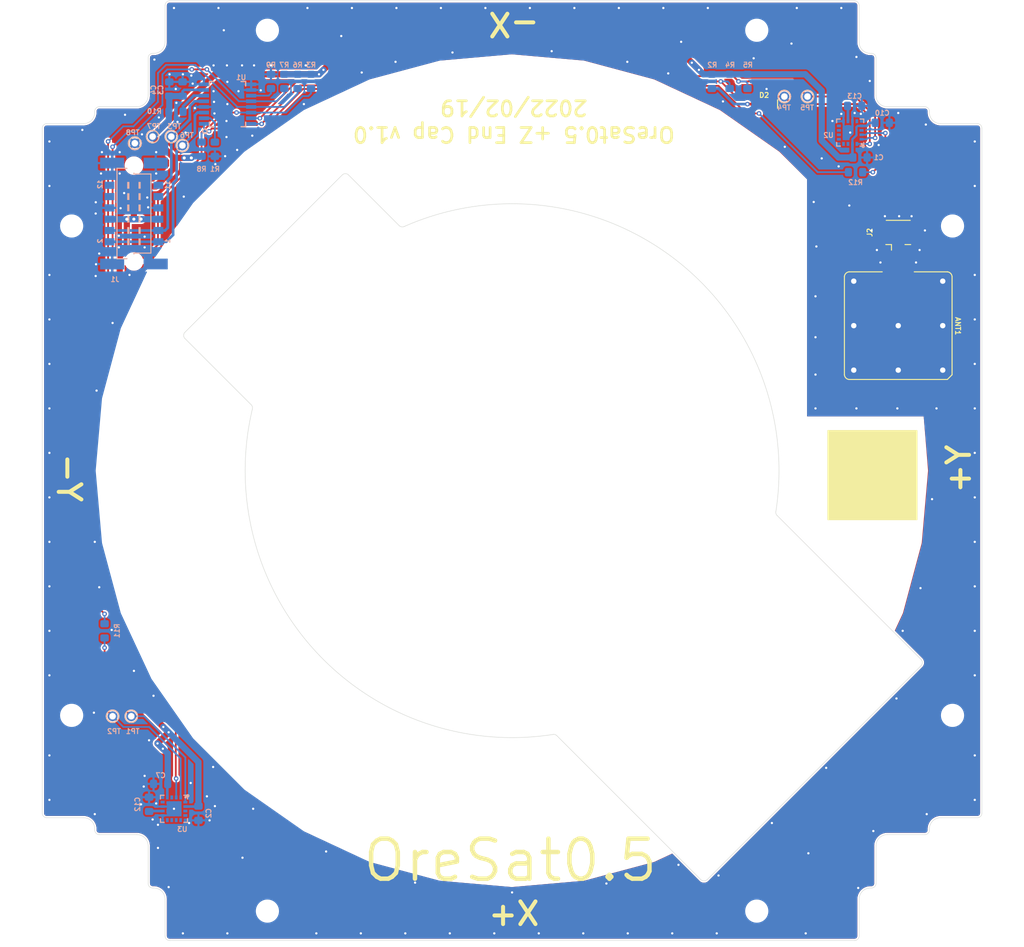
<source format=kicad_pcb>
(kicad_pcb (version 20211014) (generator pcbnew)
  (layers (0 "F.Cu" signal) (31 "B.Cu" signal) (34 "B.Paste" user) (35 "F.Paste" user) (36 "B.SilkS" user "B.Silkscreen") (37 "F.SilkS" user "F.Silkscreen") (38 "B.Mask" user) (39 "F.Mask" user) (44 "Edge.Cuts" user))
  (net 0 "")
  (net 1 "3.3V")
  (net 2 "GND")
  (net 3 "Net-(C12-Pad1)")
  (net 4 "Net-(C13-Pad1)")
  (net 5 "/MAG-SCL")
  (net 6 "/MAG-SDA")
  (net 10 "Net-(D2-PadA)")
  (net 11 "Net-(R1-Pad2)")
  (net 12 "Net-(R11-Pad2)")
  (net 13 "/SCL2")
  (net 14 "/SDA2")
  (net 15 "/SDA1")
  (net 16 "/SCL1")
  (net 17 "Net-(R12-Pad2)")
  (net 18 "Net-(R9-Pad2)")
  (net 19 "Net-(R10-Pad1)")
  (net 20 "Net-(R11-Pad1)")
  (net 21 "Net-(R12-Pad1)")
  (net 23 "Net-(ANT1-Pad1)")
  (footprint "Connector_Coaxial:U.FL_Hirose_U.FL-R-SMT-1_Vertical" (layer "F.Cu") (at 191.9 78.7 90)
    (fp_text reference "J2")
    (fp_text value "U.FL-R-SMA")
  )
  (footprint "MountingHole:MountingHole_2.1mm" (layer "F.Cu") (at 99 132.5)
    (fp_text reference "@HOLE4" hide)
    (fp_text value "MountingHole_2.1mm")
  )
  (footprint "oresat0-plusz-end-cap:1X01" (layer "F.Cu") (at 108.1 67.45 -90)
    (fp_text reference "TP7")
    (fp_text value "TEST-POINT-LARGE-SQUARE" hide)
  )
  (footprint "oresat0-plusz-end-cap:1X01" (layer "F.Cu") (at 106.1 68.2 180)
    (fp_text reference "TP8")
    (fp_text value "TEST-POINT-LARGE-SQUARE" hide)
  )
  (footprint "oresat0-plusz-end-cap:1X01" (layer "F.Cu") (at 179.1 62.95)
    (fp_text reference "TP4")
    (fp_text value "TEST-POINT-LARGE-SQUARE" hide)
  )
  (footprint "MountingHole:MountingHole_2.1mm" (layer "F.Cu") (at 176 154.5)
    (fp_text reference "@HOLE1" hide)
    (fp_text value "MountingHole_2.1mm")
  )
  (footprint "MountingHole:MountingHole_2.1mm" (layer "F.Cu") (at 198 77.5)
    (fp_text reference "@HOLE2" hide)
    (fp_text value "MountingHole_2.1mm")
  )
  (footprint "oresat-misc:RFMi-ANT1008-S-Band-Patch" (layer "F.Cu") (at 191.9 88.7 -90)
    (fp_text reference "ANT1")
    (fp_text value "ANT1008")
  )
  (footprint "MountingHole:MountingHole_2.1mm" (layer "F.Cu") (at 176 55.5)
    (fp_text reference "@HOLE6" hide)
    (fp_text value "MountingHole_2.1mm")
  )
  (footprint "MountingHole:MountingHole_2.1mm" (layer "F.Cu") (at 99 77.5)
    (fp_text reference "@HOLE4" hide)
    (fp_text value "MountingHole_2.1mm")
  )
  (footprint "MountingHole:MountingHole_2.1mm" (layer "F.Cu") (at 121 55.5)
    (fp_text reference "@HOLE7" hide)
    (fp_text value "MountingHole_2.1mm")
  )
  (footprint "oresat0-plusz-end-cap:1X01" (layer "F.Cu") (at 181.7 62.95)
    (fp_text reference "TP5")
    (fp_text value "TEST-POINT-LARGE-SQUARE" hide)
  )
  (footprint "MountingHole:MountingHole_2.1mm" (layer "F.Cu") (at 198 132.5)
    (fp_text reference "@HOLE0" hide)
    (fp_text value "MountingHole_2.1mm")
  )
  (footprint "oresat0-plusz-end-cap:1X01" (layer "F.Cu") (at 110.2 67.45 -90)
    (fp_text reference "TP3")
    (fp_text value "TEST-POINT-LARGE-SQUARE" hide)
  )
  (footprint "oresat0-plusz-end-cap:1X01" (layer "F.Cu") (at 103.6 132.6)
    (fp_text reference "TP2")
    (fp_text value "TEST-POINT-LARGE-SQUARE" hide)
  )
  (footprint "oresat0-plusz-end-cap:1X01" (layer "F.Cu") (at 111.45 68.45 -90)
    (fp_text reference "TP6")
    (fp_text value "TEST-POINT-LARGE-SQUARE" hide)
  )
  (footprint "MountingHole:MountingHole_4.3mm_M4" (layer "F.Cu") (at 178.2 78)
    (fp_text reference "REF**" hide)
    (fp_text value "MountingHole_4.3mm_M4")
  )
  (footprint "MountingHole:MountingHole_2.1mm" (layer "F.Cu") (at 121 154.5)
    (fp_text reference "@HOLE3" hide)
    (fp_text value "MountingHole_2.1mm")
  )
  (footprint "oresat0-plusz-end-cap:LED-0603" (layer "F.Cu") (at 176.75 63.8)
    (property "Value" "")
    (fp_text reference "D2")
    (fp_text value "GREEN")
  )
  (footprint "oresat0-plusz-end-cap:1X01" (layer "F.Cu") (at 105.7 132.6)
    (fp_text reference "TP1")
    (fp_text value "TEST-POINT-LARGE-SQUARE" hide)
  )
  (footprint "oresat0-plusz-end-cap:HARWIN-M55-70X1242R" (layer "B.Cu") (at 106 76.1 -90)
    (property "Value" "")
    (fp_text reference "J1")
    (fp_text value "J-HARWIN-M55-70X1242R" hide)
  )
  (footprint "oresat0.5-plusz-end-cap:.0603-B-NOSILK" (layer "B.Cu") (at 124.4 61.25 90)
    (property "Value" "")
    (fp_text reference "R6")
    (fp_text value "4.7k")
  )
  (footprint "oresat0.5-plusz-end-cap:.0603-B-NOSILK" (layer "B.Cu") (at 190.1 65.9)
    (property "Value" "")
    (fp_text reference "C10")
    (fp_text value "100n")
  )
  (footprint "oresat0.5-plusz-end-cap:.0603-B-NOSILK" (layer "B.Cu") (at 109.97 62.1 90)
    (property "Value" "")
    (fp_text reference "C4")
    (fp_text value "10u")
  )
  (footprint "oresat0.5-plusz-end-cap:.0603-B-NOSILK" (layer "B.Cu") (at 110.72 64.65 180)
    (property "Value" "")
    (fp_text reference "R10")
    (fp_text value "4.7k")
  )
  (footprint "oresat0.5-plusz-end-cap:.0603-B-NOSILK" (layer "B.Cu") (at 187 64)
    (property "Value" "")
    (fp_text reference "C13")
    (fp_text value "10u")
  )
  (footprint "oresat0.5-plusz-end-cap:.0603-B-NOSILK" (layer "B.Cu") (at 113.6 68.87 -90)
    (property "Value" "")
    (fp_text reference "R8")
    (fp_text value "4.7k")
  )
  (footprint "oresat0.5-plusz-end-cap:.0603-B-NOSILK" (layer "B.Cu") (at 102.7 123 90)
    (fp_text reference "R11")
    (fp_text value "NP")
  )
  (footprint "oresat0.5-plusz-end-cap:.0603-B-NOSILK" (layer "B.Cu") (at 125.9 61.25 90)
    (property "Value" "")
    (fp_text reference "R3")
    (fp_text value "4.7k")
  )
  (footprint "oresat0-plusz-end-cap:LGA-16(3X3)" (layer "B.Cu") (at 110.5 143 90)
    (property "Value" "")
    (fp_text reference "U3")
    (fp_text value "MMC5883MA")
  )
  (footprint "oresat0.5-plusz-end-cap:.0603-B-NOSILK" (layer "B.Cu") (at 121.4 61.25 -90)
    (property "Value" "")
    (fp_text reference "R9")
    (fp_text value "4.7k")
  )
  (footprint "oresat0-plusz-end-cap:LGA-16(3X3)" (layer "B.Cu") (at 186.5 67)
    (property "Value" "")
    (fp_text reference "U2")
    (fp_text value "MMC5883MA")
  )
  (footprint "oresat0.5-plusz-end-cap:.0603-B-NOSILK" (layer "B.Cu") (at 172.95 61.25 90)
    (property "Value" "")
    (fp_text reference "R4")
    (fp_text value "4.7k")
  )
  (footprint "oresat0.5-plusz-end-cap:.0603-B-NOSILK" (layer "B.Cu") (at 109 140.2 180)
    (property "Value" "")
    (fp_text reference "C7")
    (fp_text value "100n")
  )
  (footprint "oresat0.5-plusz-end-cap:.0603-B-NOSILK" (layer "B.Cu") (at 174.95 61.25 90)
    (property "Value" "")
    (fp_text reference "R5")
    (fp_text value "4.7k")
  )
  (footprint "oresat0.5-plusz-end-cap:.0603-B-NOSILK" (layer "B.Cu") (at 111.47 62.1 90)
    (property "Value" "")
    (fp_text reference "C3")
    (fp_text value "100n")
  )
  (footprint "oresat0.5-plusz-end-cap:.0603-B-NOSILK" (layer "B.Cu") (at 187.6 69.8)
    (property "Value" "")
    (fp_text reference "C1")
    (fp_text value "100n")
  )
  (footprint "oresat0.5-plusz-end-cap:.0603-B-NOSILK" (layer "B.Cu") (at 170.95 61.25 90)
    (property "Value" "")
    (fp_text reference "R2")
    (fp_text value "2.7k")
  )
  (footprint "oresat0.5-plusz-end-cap:.0603-B-NOSILK" (layer "B.Cu") (at 115.1 68.87 90)
    (property "Value" "")
    (fp_text reference "R1")
    (fp_text value "4.7k")
  )
  (footprint "oresat0-plusz-end-cap:16-SSOP" (layer "B.Cu") (at 116.52 63.8 90)
    (property "Value" "LTC4305")
    (fp_text reference "U1")
    (fp_text value "LTC4305")
  )
  (footprint "oresat0.5-plusz-end-cap:.0603-B-NOSILK" (layer "B.Cu") (at 122.9 61.25 90)
    (property "Value" "")
    (fp_text reference "R7")
    (fp_text value "4.7k")
  )
  (footprint "oresat0.5-plusz-end-cap:.0603-B-NOSILK" (layer "B.Cu") (at 107.7 142.5 90)
    (property "Value" "")
    (fp_text reference "C12")
    (fp_text value "10u")
  )
  (footprint "oresat0.5-plusz-end-cap:.0603-B-NOSILK" (layer "B.Cu") (at 113.25 143.5 -90)
    (property "Value" "")
    (fp_text reference "C2")
    (fp_text value "100n")
  )
  (footprint "oresat0.5-plusz-end-cap:.0603-B-NOSILK" (layer "B.Cu") (at 187.1 71.45 180)
    (fp_text reference "R12")
    (fp_text value "NP")
  )
  (gr_rect (start 184 100.5) (end 194 110.5) (layer "F.SilkS") (width 0.12) (fill solid))
  (gr_arc (start 107.6 62.83) (mid 107.228026 63.728026) (end 106.33 64.1) (layer "Edge.Cuts") (width 0.05))
  (gr_arc (start 189.4 147.17) (mid 189.771974 146.271974) (end 190.67 145.9) (layer "Edge.Cuts") (width 0.05))
  (gr_arc (start 100.33 144) (mid 101.228026 144.371974) (end 101.6 145.27) (layer "Edge.Cuts") (width 0.05))
  (gr_arc (start 153.1058 134.644335) (mid 126.46387 125.357038) (end 119.312807 98.064024) (layer "Edge.Cuts") (width 0.05))
  (gr_line (start 102.1 145.9) (end 106.33 145.9) (layer "Edge.Cuts") (width 0.05))
  (gr_line (start 196.67 144) (end 200.8 144) (layer "Edge.Cuts") (width 0.05))
  (gr_line (start 169.713203 150.961941) (end 153.536117 134.784854) (layer "Edge.Cuts") (width 0.05))
  (gr_line (start 195.4 64.6) (end 195.4 64.73) (layer "Edge.Cuts") (width 0.05))
  (gr_line (start 100.33 144) (end 96.2 144) (layer "Edge.Cuts") (width 0.05))
  (gr_line (start 188.9 151.9) (end 188.77 151.9) (layer "Edge.Cuts") (width 0.05))
  (gr_line (start 195.4 145.4) (end 195.4 145.27) (layer "Edge.Cuts") (width 0.05))
  (gr_line (start 129.411652 71.76417) (end 111.733983 89.44184) (layer "Edge.Cuts") (width 0.05))
  (gr_line (start 135.813036 77.458447) (end 130.118759 71.76417) (layer "Edge.Cuts") (width 0.05))
  (gr_line (start 109.5 56.83) (end 109.5 52.7) (layer "Edge.Cuts") (width 0.05))
  (gr_line (start 178.284854 110.036117) (end 194.461941 126.213203) (layer "Edge.Cuts") (width 0.05))
  (gr_arc (start 108.1 151.9) (mid 107.746447 151.753553) (end 107.6 151.4) (layer "Edge.Cuts") (width 0.05))
  (gr_arc (start 190.67 64.1) (mid 189.771974 63.728026) (end 189.4 62.83) (layer "Edge.Cuts") (width 0.05))
  (gr_line (start 189.4 151.4) (end 189.4 147.17) (layer "Edge.Cuts") (width 0.05))
  (gr_line (start 108.1 151.9) (end 108.23 151.9) (layer "Edge.Cuts") (width 0.05))
  (gr_line (start 101.6 64.6) (end 101.6 64.73) (layer "Edge.Cuts") (width 0.05))
  (gr_arc (start 95.7 66.5) (mid 95.846447 66.146447) (end 96.2 66) (layer "Edge.Cuts") (width 0.05))
  (gr_arc (start 109.5 52.7) (mid 109.646447 52.346447) (end 110 52.2) (layer "Edge.Cuts") (width 0.05))
  (gr_arc (start 108.23 151.9) (mid 109.128026 152.271974) (end 109.5 153.17) (layer "Edge.Cuts") (width 0.05))
  (gr_line (start 194.9 64.1) (end 190.67 64.1) (layer "Edge.Cuts") (width 0.05))
  (gr_arc (start 187.5 153.17) (mid 187.871974 152.271974) (end 188.77 151.9) (layer "Edge.Cuts") (width 0.05))
  (gr_arc (start 194.461941 126.213203) (mid 194.608387 126.566757) (end 194.461941 126.92031) (layer "Edge.Cuts") (width 0.05))
  (gr_arc (start 102.1 145.9) (mid 101.746447 145.753553) (end 101.6 145.4) (layer "Edge.Cuts") (width 0.05))
  (gr_arc (start 111.733983 90.148946) (mid 111.587536 89.795393) (end 111.733983 89.44184) (layer "Edge.Cuts") (width 0.05))
  (gr_arc (start 106.33 145.9) (mid 107.228026 146.271974) (end 107.6 147.17) (layer "Edge.Cuts") (width 0.05))
  (gr_arc (start 189.4 151.4) (mid 189.253553 151.753553) (end 188.9 151.9) (layer "Edge.Cuts") (width 0.05))
  (gr_arc (start 96.2 144) (mid 95.846447 143.853553) (end 95.7 143.5) (layer "Edge.Cuts") (width 0.05))
  (gr_line (start 108.1 58.1) (end 108.23 58.1) (layer "Edge.Cuts") (width 0.05))
  (gr_line (start 107.6 58.6) (end 107.6 62.83) (layer "Edge.Cuts") (width 0.05))
  (gr_line (start 102.1 64.1) (end 106.33 64.1) (layer "Edge.Cuts") (width 0.05))
  (gr_arc (start 107.6 58.6) (mid 107.746447 58.246447) (end 108.1 58.1) (layer "Edge.Cuts") (width 0.05))
  (gr_line (start 100.33 66) (end 96.2 66) (layer "Edge.Cuts") (width 0.05))
  (gr_line (start 187.5 56.83) (end 187.5 52.7) (layer "Edge.Cuts") (width 0.05))
  (gr_arc (start 187 52.2) (mid 187.353553 52.346447) (end 187.5 52.7) (layer "Edge.Cuts") (width 0.05))
  (gr_arc (start 178.284854 110.036117) (mid 178.163107 109.837772) (end 178.144335 109.6058) (layer "Edge.Cuts") (width 0.05))
  (gr_arc (start 188.9 58.1) (mid 189.253553 58.246447) (end 189.4 58.6) (layer "Edge.Cuts") (width 0.05))
  (gr_arc (start 195.4 145.4) (mid 195.253553 145.753553) (end 194.9 145.9) (layer "Edge.Cuts") (width 0.05))
  (gr_arc (start 187.5 157.3) (mid 187.353553 157.653553) (end 187 157.8) (layer "Edge.Cuts") (width 0.05))
  (gr_arc (start 188.77 58.1) (mid 187.871974 57.728026) (end 187.5 56.83) (layer "Edge.Cuts") (width 0.05))
  (gr_line (start 110 52.2) (end 187 52.2) (layer "Edge.Cuts") (width 0.05))
  (gr_line (start 109.5 153.17) (end 109.5 157.3) (layer "Edge.Cuts") (width 0.05))
  (gr_arc (start 153.1058 134.644335) (mid 153.337772 134.663107) (end 153.536117 134.784854) (layer "Edge.Cuts") (width 0.05))
  (gr_arc (start 119.179907 97.594871) (mid 119.307425 97.812147) (end 119.312807 98.064024) (layer "Edge.Cuts") (width 0.05))
  (gr_line (start 107.6 151.4) (end 107.6 147.17) (layer "Edge.Cuts") (width 0.05))
  (gr_line (start 188.9 58.1) (end 188.77 58.1) (layer "Edge.Cuts") (width 0.05))
  (gr_arc (start 194.9 64.1) (mid 195.253553 64.246447) (end 195.4 64.6) (layer "Edge.Cuts") (width 0.05))
  (gr_line (start 187.5 153.17) (end 187.5 157.3) (layer "Edge.Cuts") (width 0.05))
  (gr_arc (start 129.411652 71.76417) (mid 129.765204 71.61772) (end 130.118759 71.76417) (layer "Edge.Cuts") (width 0.05))
  (gr_arc (start 101.6 64.73) (mid 101.228026 65.628026) (end 100.33 66) (layer "Edge.Cuts") (width 0.05))
  (gr_arc (start 195.4 145.27) (mid 195.771974 144.371974) (end 196.67 144) (layer "Edge.Cuts") (width 0.05))
  (gr_arc (start 196.67 66) (mid 195.771974 65.628026) (end 195.4 64.73) (layer "Edge.Cuts") (width 0.05))
  (gr_arc (start 200.8 66) (mid 201.153553 66.146447) (end 201.3 66.5) (layer "Edge.Cuts") (width 0.05))
  (gr_arc (start 109.5 56.83) (mid 109.128026 57.728026) (end 108.23 58.1) (layer "Edge.Cuts") (width 0.05))
  (gr_arc (start 110 157.8) (mid 109.646447 157.653553) (end 109.5 157.3) (layer "Edge.Cuts") (width 0.05))
  (gr_line (start 189.4 58.6) (end 189.4 62.83) (layer "Edge.Cuts") (width 0.05))
  (gr_arc (start 101.6 64.6) (mid 101.746447 64.246447) (end 102.1 64.1) (layer "Edge.Cuts") (width 0.05))
  (gr_line (start 194.9 145.9) (end 190.67 145.9) (layer "Edge.Cuts") (width 0.05))
  (gr_line (start 196.67 66) (end 200.8 66) (layer "Edge.Cuts") (width 0.05))
  (gr_line (start 201.3 66.5) (end 201.3 143.5) (layer "Edge.Cuts") (width 0.05))
  (gr_line (start 194.461941 126.92031) (end 170.42031 150.961941) (layer "Edge.Cuts") (width 0.05))
  (gr_line (start 95.7 143.5) (end 95.7 66.5) (layer "Edge.Cuts") (width 0.05))
  (gr_arc (start 201.3 143.5) (mid 201.153553 143.853553) (end 200.8 144) (layer "Edge.Cuts") (width 0.05))
  (gr_line (start 111.733983 90.148946) (end 119.179907 97.594871) (layer "Edge.Cuts") (width 0.05))
  (gr_arc (start 136.368776 77.56219) (mid 136.074839 77.596397) (end 135.813036 77.458447) (layer "Edge.Cuts") (width 0.05))
  (gr_arc (start 136.368776 77.56219) (mid 166.758573 81.196124) (end 178.144335 109.6058) (layer "Edge.Cuts") (width 0.05))
  (gr_line (start 101.6 145.4) (end 101.6 145.27) (layer "Edge.Cuts") (width 0.05))
  (gr_arc (start 170.42031 150.961941) (mid 170.066757 151.108387) (end 169.713203 150.961941) (layer "Edge.Cuts") (width 0.05))
  (gr_line (start 187 157.8) (end 110 157.8) (layer "Edge.Cuts") (width 0.05))
  (gr_text "+X" (at 148.7 154.8) (layer "F.SilkS") (effects (font (size 2.55 2.55) (thickness 0.45))))
  (gr_text "-Y" (at 98.7 105.8 270) (layer "F.SilkS") (effects (font (size 2.55 2.55) (thickness 0.45))))
  (gr_text "2022/02/19" (at 148.7 64.2 180) (layer "F.SilkS") (effects (font (size 1.7 1.7) (thickness 0.3))))
  (gr_text "+Y" (at 198.7 104.8 90) (layer "F.SilkS") (effects (font (size 2.55 2.55) (thickness 0.45))))
  (gr_text "OreSat0.5" (at 148.2989 148.8) (layer "F.SilkS") (effects (font (size 4.5 4.5) (thickness 0.5))))
  (gr_text "OreSat0.5 +Z End Cap v1.0" (at 148.7 67.2 180) (layer "F.SilkS") (effects (font (size 1.7 1.7) (thickness 0.3))))
  (gr_text "-X" (at 148.7 54.8 180) (layer "F.SilkS") (effects (font (size 2.55 2.55) (thickness 0.45))))
  (segment (start 110.5 71) (end 110.5 69.85) (width 0.7) (layer "F.Cu") (net 1))
  (segment (start 104.4 84.219825) (end 104.4 80.9) (width 0.7) (layer "F.Cu") (net 1))
  (segment (start 111.65 69.85) (end 110.5 69.85) (width 0.7) (layer "F.Cu") (net 1))
  (segment (start 127.3 59.95) (end 126.8 60.45) (width 0.7) (layer "F.Cu") (net 1))
  (segment (start 115.1 60.45) (end 108.1 67.45) (width 0.7) (layer "F.Cu") (net 1))
  (segment (start 126.8 60.45) (end 115.1 60.45) (width 0.7) (layer "F.Cu") (net 1))
  (segment (start 108.45 73.05) (end 110.5 71) (width 0.7) (layer "F.Cu") (net 1))
  (segment (start 169.5 59.95) (end 164.85 55.3) (width 0.7) (layer "F.Cu") (net 1))
  (segment (start 105.2 80.1) (end 105.2 76.74) (width 0.7) (layer "F.Cu") (net 1))
  (segment (start 99.9 124.4) (end 99.9 88.719825) (width 0.7) (layer "F.Cu") (net 1))
  (segment (start 109.25 136.25) (end 108.65 135.65) (width 0.7) (layer "F.Cu") (net 1))
  (segment (start 105.2 76.74) (end 105.21 76.73) (width 0.7) (layer "F.Cu") (net 1))
  (segment (start 109.9 134.4) (end 109.3 133.8) (width 0.7) (layer "F.Cu") (net 1))
  (segment (start 99.9 88.719825) (end 104.4 84.219825) (width 0.7) (layer "F.Cu") (net 1))
  (segment (start 108.65 135.65) (end 109.9 134.4) (width 0.7) (layer "F.Cu") (net 1))
  (segment (start 105.99 74.01) (end 106.95 73.05) (width 0.7) (layer "F.Cu") (net 1))
  (segment (start 106.95 73.05) (end 108.45 73.05) (width 0.7) (layer "F.Cu") (net 1))
  (segment (start 131.95 55.3) (end 127.3 59.95) (width 0.7) (layer "F.Cu") (net 1))
  (segment (start 164.85 55.3) (end 131.95 55.3) (width 0.7) (layer "F.Cu") (net 1))
  (segment (start 109.3 133.8) (end 99.9 124.4) (width 0.7) (layer "F.Cu") (net 1))
  (segment (start 105.21 76.73) (end 106.8 76.73) (width 0.7) (layer "F.Cu") (net 1))
  (segment (start 111.65 69.85) (end 112.45 69.85) (width 0.7) (layer "F.Cu") (net 1))
  (segment (start 104.4 80.9) (end 105.2 80.1) (width 0.7) (layer "F.Cu") (net 1))
  (segment (start 105.99 76.73) (end 105.99 74.01) (width 0.7) (layer "F.Cu") (net 1))
  (segment (start 110.5 69.85) (end 108.1 67.45) (width 0.7) (layer "F.Cu") (net 1))
  (via (at 105.2 76.74) (size 0.604) (drill 0.35) (layers "F.Cu" "B.Cu") (net 1))
  (via (at 108.65 135.65) (size 0.508) (drill 0.254) (layers "F.Cu" "B.Cu") (net 1))
  (via (at 168.7 59.15) (size 0.508) (drill 0.254) (layers "F.Cu" "B.Cu") (net 1))
  (via (at 105.99 76.73) (size 0.604) (drill 0.35) (layers "F.Cu" "B.Cu") (net 1))
  (via (at 112.45 69.85) (size 0.604) (drill 0.35) (layers "F.Cu" "B.Cu") (net 1))
  (via (at 127.3 59.95) (size 0.508) (drill 0.254) (layers "F.Cu" "B.Cu") (net 1))
  (via (at 126.8 60.45) (size 0.508) (drill 0.254) (layers "F.Cu" "B.Cu") (net 1))
  (via (at 109.25 136.25) (size 0.508) (drill 0.254) (layers "F.Cu" "B.Cu") (net 1))
  (via (at 109.9 134.4) (size 0.508) (drill 0.254) (layers "F.Cu" "B.Cu") (net 1))
  (via (at 109.3 133.8) (size 0.508) (drill 0.254) (layers "F.Cu" "B.Cu") (net 1))
  (via (at 169.5 59.95) (size 0.508) (drill 0.254) (layers "F.Cu" "B.Cu") (net 1))
  (via (at 106.8 76.73) (size 0.604) (drill 0.35) (layers "F.Cu" "B.Cu") (net 1))
  (via (at 111.65 69.85) (size 0.604) (drill 0.35) (layers "F.Cu" "B.Cu") (net 1))
  (segment (start 188.7 65.9) (end 189.3 65.9) (width 0.3) (layer "B.Cu") (net 1))
  (segment (start 113.2 142.75) (end 111.775 142.75) (width 0.3) (layer "B.Cu") (net 1))
  (segment (start 109.8 136.8) (end 109.8 140.2) (width 0.7) (layer "B.Cu") (net 1))
  (segment (start 172.95 60.45) (end 174.95 60.45) (width 0.7) (layer "B.Cu") (net 1))
  (segment (start 109.3 133.8) (end 113.25 137.75) (width 0.7) (layer "B.Cu") (net 1))
  (segment (start 124.4 60.45) (end 122.9 60.45) (width 0.7) (layer "B.Cu") (net 1))
  (segment (start 111.65 62.2) (end 113.8532 62.2) (width 0.3) (layer "B.Cu") (net 1))
  (segment (start 112.45 69.85) (end 112.63 69.67) (width 0.7) (layer "B.Cu") (net 1))
  (segment (start 183.3 67.9) (end 185.2 69.8) (width 0.7) (layer "B.Cu") (net 1))
  (segment (start 109.92 64.65) (end 109.97 64.6) (width 0.7) (layer "B.Cu") (net 1))
  (segment (start 169.5 59.95) (end 170 60.45) (width 0.7) (layer "B.Cu") (net 1))
  (segment (start 109.97 64.6) (end 109.97 62.9) (width 0.7) (layer "B.Cu") (net 1))
  (segment (start 108.65 135.65) (end 109.8 136.8) (width 0.7) (layer "B.Cu") (net 1))
  (segment (start 170 60.45) (end 170.95 60.45) (width 0.7) (layer "B.Cu") (net 1))
  (segment (start 174.95 60.45) (end 181.45 60.45) (width 0.7) (layer "B.Cu") (net 1))
  (segment (start 111.65 69.85) (end 112.45 69.85) (width 0.7) (layer "B.Cu") (net 1))
  (segment (start 185.2 69.8) (end 186.8 69.8) (width 0.7) (layer "B.Cu") (net 1))
  (segment (start 187.2 66.3952) (end 187.3452 66.25) (width 0.25) (layer "B.Cu") (net 1))
  (segment (start 169.5 59.95) (end 168.7 59.15) (width 0.7) (layer "B.Cu") (net 1))
  (segment (start 181.45 60.45) (end 183.3 62.3) (width 0.7) (layer "B.Cu") (net 1))
  (segment (start 127.3 59.95) (end 126.8 60.45) (width 0.7) (layer "B.Cu") (net 1))
  (segment (start 186.75 69.75) (end 186.75 68.275) (width 0.3) (layer "B.Cu") (net 1))
  (segment (start 111.47 62.9) (end 109.97 62.9) (width 0.7) (layer "B.Cu") (net 1))
  (segment (start 105.98 76.74) (end 103.255 76.74) (width 0.7) (layer "B.Cu") (net 1))
  (segment (start 113.25 137.75) (end 113.25 142.7) (width 0.7) (layer "B.Cu") (net 1))
  (segment (start 105.99 76.73) (end 105.98 76.74) (width 0.7) (layer "B.Cu") (net 1))
  (segment (start 108.1 67.45) (end 109.92 65.63) (width 0.7) (layer "B.Cu") (net 1))
  (segment (start 187.2 67.3) (end 187.2 66.3952) (width 0.25) (layer "B.Cu") (net 1))
  (segment (start 112.63 69.67) (end 113.6 69.67) (width 0.7) (layer "B.Cu") (net 1))
  (segment (start 187.775 66.25) (end 188.35 66.25) (width 0.3) (layer "B.Cu") (net 1))
  (segment (start 106.805 76.735) (end 106.8 76.73) (width 0.7) (layer "B.Cu") (net 1))
  (segment (start 109.75 140.25) (end 109.8 140.2) (width 0.3) (layer "B.Cu") (net 1))
  (segment (start 186.75 67.75) (end 187.2 67.3) (width 0.25) (layer "B.Cu") (net 1))
  (segment (start 187.3452 66.25) (end 187.775 66.25) (width 0.25) (layer "B.Cu") (net 1))
  (segment (start 125.9 60.45) (end 124.4 60.45) (width 0.7) (layer "B.Cu") (net 1))
  (segment (start 106.8 76.73) (end 105.99 76.73) (width 0.7) (layer "B.Cu") (net 1))
  (segment (start 186.75 68.275) (end 186.75 67.75) (width 0.25) (layer "B.Cu") (net 1))
  (segment (start 183.3 62.3) (end 183.3 67.9) (width 0.7) (layer "B.Cu") (net 1))
  (segment (start 111.47 62.38) (end 111.65 62.2) (width 0.3) (layer "B.Cu") (net 1))
  (segment (start 126.8 60.45) (end 125.9 60.45) (width 0.7) (layer "B.Cu") (net 1))
  (segment (start 188.35 66.25) (end 188.7 65.9) (width 0.3) (layer "B.Cu") (net 1))
  (segment (start 186.8 69.8) (end 186.75 69.75) (width 0.3) (layer "B.Cu") (net 1))
  (segment (start 109.92 65.63) (end 109.92 64.65) (width 0.7) (layer "B.Cu") (net 1))
  (segment (start 111.47 62.9) (end 111.47 62.38) (width 0.3) (layer "B.Cu") (net 1))
  (segment (start 103.255 76.74) (end 103.25 76.735) (width 0.7) (layer "B.Cu") (net 1))
  (segment (start 113.25 142.7) (end 113.2 142.75) (width 0.3) (layer "B.Cu") (net 1))
  (segment (start 108.75 76.735) (end 106.805 76.735) (width 0.7) (layer "B.Cu") (net 1))
  (segment (start 170.95 60.45) (end 172.95 60.45) (width 0.7) (layer "B.Cu") (net 1))
  (segment (start 113.8532 62.2) (end 113.8657 62.2125) (width 0.3) (layer "B.Cu") (net 1))
  (segment (start 109.75 141.725) (end 109.75 140.25) (width 0.3) (layer "B.Cu") (net 1))
  (via (at 107.1 140.5) (size 0.508) (drill 0.254) (layers "F.Cu" "B.Cu") (net 2))
  (via (at 104.4 69.2) (size 0.508) (drill 0.254) (layers "F.Cu" "B.Cu") (net 2))
  (via (at 120.25 62.25) (size 0.508) (drill 0.254) (layers "F.Cu" "B.Cu") (net 2))
  (via (at 101.5 132.2) (size 0.508) (drill 0.254) (layers "F.Cu" "B.Cu") (net 2))
  (via (at 130.5 53) (size 0.508) (drill 0.254) (layers "F.Cu" "B.Cu") (net 2))
  (via (at 96.5 68) (size 0.508) (drill 0.254) (layers "F.Cu" "B.Cu") (net 2))
  (via (at 100.2 66.7) (size 0.508) (drill 0.254) (layers "F.Cu" "B.Cu") (net 2))
  (via (at 105 65) (size 0.508) (drill 0.254) (layers "F.Cu" "B.Cu") (net 2))
  (via (at 189.1 145.5) (size 0.508) (drill 0.254) (layers "F.Cu" "B.Cu") (net 2))
  (via (at 181.8 148) (size 0.508) (drill 0.254) (layers "F.Cu" "B.Cu") (net 2))
  (via (at 185.5 64.9) (size 0.508) (drill 0.254) (layers "F.Cu" "B.Cu") (net 2))
  (via (at 107.5 74.3) (size 0.508) (drill 0.254) (layers "F.Cu" "B.Cu") (net 2))
  (via (at 200.5 83) (size 0.508) (drill 0.254) (layers "F.Cu" "B.Cu") (net 2))
  (via (at 116.5 61.3) (size 0.508) (drill 0.254) (layers "F.Cu" "B.Cu") (net 2))
  (via (at 151.5 157) (size 0.508) (drill 0.254) (layers "F.Cu" "B.Cu") (net 2))
  (via (at 200.5 113) (size 0.508) (drill 0.254) (layers "F.Cu" "B.Cu") (net 2))
  (via (at 191.8 98) (size 0.508) (drill 0.254) (layers "F.Cu" "B.Cu") (net 2))
  (via (at 200.5 88) (size 0.508) (drill 0.254) (layers "F.Cu" "B.Cu") (net 2))
  (via (at 114.95 62.35) (size 0.508) (drill 0.254) (layers "F.Cu" "B.Cu") (net 2))
  (via (at 177.1 62.1) (size 0.508) (drill 0.254) (layers "F.Cu" "B.Cu") (net 2))
  (via (at 104.3 79.9) (size 0.508) (drill 0.254) (layers "F.Cu" "B.Cu") (net 2))
  (via (at 183.3 69.9) (size 0.508) (drill 0.254) (layers "F.Cu" "B.Cu") (net 2))
  (via (at 116.4 67.5) (size 0.508) (drill 0.254) (layers "F.Cu" "B.Cu") (net 2))
  (via (at 183.8 138.4) (size 0.508) (drill 0.254) (layers "F.Cu" "B.Cu") (net 2))
  (via (at 141.8 58) (size 0.508) (drill 0.254) (layers "F.Cu" "B.Cu") (net 2))
  (via (at 150.5 53) (size 0.508) (drill 0.254) (layers "F.Cu" "B.Cu") (net 2))
  (via (at 104.3 78.6) (size 0.508) (drill 0.254) (layers "F.Cu" "B.Cu") (net 2))
  (via (at 121.4 59.45) (size 0.508) (drill 0.254) (layers "F.Cu" "B.Cu") (net 2))
  (via (at 135.4 59.05) (size 0.508) (drill 0.254) (layers "F.Cu" "B.Cu") (net 2))
  (via (at 156.5 157) (size 0.508) (drill 0.254) (layers "F.Cu" "B.Cu") (net 2))
  (via (at 118.15 59.45) (size 0.508) (drill 0.254) (layers "F.Cu" "B.Cu") (net 2))
  (via (at 116.4 65.7) (size 0.508) (drill 0.254) (layers "F.Cu" "B.Cu") (net 2))
  (via (at 200.5 142) (size 0.508) (drill 0.254) (layers "F.Cu" "B.Cu") (net 2))
  (via (at 119.5 59.45) (size 0.508) (drill 0.254) (layers "F.Cu" "B.Cu") (net 2))
  (via (at 170.5 53) (size 0.508) (drill 0.254) (layers "F.Cu" "B.Cu") (net 2))
  (via (at 107.2 78.7) (size 0.508) (drill 0.254) (layers "F.Cu" "B.Cu") (net 2))
  (via (at 108.3 58.8) (size 0.508) (drill 0.254) (layers "F.Cu" "B.Cu") (net 2))
  (via (at 104.9 73.8) (size 0.508) (drill 0.254) (layers "F.Cu" "B.Cu") (net 2))
  (via (at 196.2 98) (size 0.508) (drill 0.254) (layers "F.Cu" "B.Cu") (net 2))
  (via (at 200.5 123) (size 0.508) (drill 0.254) (layers "F.Cu" "B.Cu") (net 2))
  (via (at 186.4 75.2) (size 0.508) (drill 0.254) (layers "F.Cu" "B.Cu") (net 2))
  (via (at 161.45 59.05) (size 0.508) (drill 0.254) (layers "F.Cu" "B.Cu") (net 2))
  (via (at 107.6 75.4) (size 0.508) (drill 0.254) (layers "F.Cu" "B.Cu") (net 2))
  (via (at 102.4 69.2) (size 0.508) (drill 0.254) (layers "F.Cu" "B.Cu") (net 2))
  (via (at 115.15 70.55) (size 0.508) (drill 0.254) (layers "F.Cu" "B.Cu") (net 2))
  (via (at 148.5 152.4) (size 0.508) (drill 0.254) (layers "F.Cu" "B.Cu") (net 2))
  (via (at 101.6 113) (size 0.508) (drill 0.254) (layers "F.Cu" "B.Cu") (net 2))
  (via (at 194.4 118.2) (size 0.508) (drill 0.254) (layers "F.Cu" "B.Cu") (net 2))
  (via (at 200.5 128) (size 0.508) (drill 0.254) (layers "F.Cu" "B.Cu") (net 2))
  (via (at 107.7 135.3) (size 0.508) (drill 0.254) (layers "F.Cu" "B.Cu") (net 2))
  (via (at 103.6 88.4) (size 0.508) (drill 0.254) (layers "F.Cu" "B.Cu") (net 2))
  (via (at 96.5 93) (size 0.508) (drill 0.254) (layers "F.Cu" "B.Cu") (net 2))
  (via (at 106 127.5) (size 0.508) (drill 0.254) (layers "F.Cu" "B.Cu") (net 2))
  (via (at 125.5 53) (size 0.508) (drill 0.254) (layers "F.Cu" "B.Cu") (net 2))
  (via (at 187.7 64.9) (size 0.508) (drill 0.254) (layers "F.Cu" "B.Cu") (net 2))
  (via (at 177.7 144.6) (size 0.508) (drill 0.254) (layers "F.Cu" "B.Cu") (net 2))
  (via (at 112.6 61.5) (size 0.508) (drill 0.254) (layers "F.Cu" "B.Cu") (net 2))
  (via (at 200.5 118) (size 0.508) (drill 0.254) (layers "F.Cu" "B.Cu") (net 2))
  (via (at 180.5 53) (size 0.508) (drill 0.254) (layers "F.Cu" "B.Cu") (net 2))
  (via (at 182.6 98) (size 0.508) (drill 0.254) (layers "F.Cu" "B.Cu") (net 2))
  (via (at 101.74 81.8) (size 0.508) (drill 0.254) (layers "F.Cu" "B.Cu") (net 2))
  (via (at 112.2 144.6) (size 0.508) (drill 0.254) (layers "F.Cu" "B.Cu") (net 2))
  (via (at 166.5 157) (size 0.508) (drill 0.254) (layers "F.Cu" "B.Cu") (net 2))
  (via (at 115.5 53) (size 0.508) (drill 0.254) (layers "F.Cu" "B.Cu") (net 2))
  (via (at 188.9 78) (size 0.508) (drill 0.254) (layers "F.Cu" "B.Cu") (net 2))
  (via (at 108.7 144.8) (size 0.508) (drill 0.254) (layers "F.Cu" "B.Cu") (net 2))
  (via (at 200.5 108) (size 0.508) (drill 0.254) (layers "F.Cu" "B.Cu") (net 2))
  (via (at 96.5 113) (size 0.508) (drill 0.254) (layers "F.Cu" "B.Cu") (net 2))
  (via (at 195.7 108.2) (size 0.508) (drill 0.254) (layers "F.Cu" "B.Cu") (net 2))
  (via (at 125.1 63.8) (size 0.508) (drill 0.254) (layers "F.Cu" "B.Cu") (net 2))
  (via (at 127.6 147.8) (size 0.508) (drill 0.254) (layers "F.Cu" "B.Cu") (net 2))
  (via (at 96.5 88) (size 0.508) (drill 0.254) (layers "F.Cu" "B.Cu") (net 2))
  (via (at 108.2 130.3) (size 0.508) (drill 0.254) (layers "F.Cu" "B.Cu") (net 2))
  (via (at 131.5 157) (size 0.508) (drill 0.254) (layers "F.Cu" "B.Cu") (net 2))
  (via (at 111.5 157) (size 0.508) (drill 0.254) (layers "F.Cu" "B.Cu") (net 2))
  (via (at 140.5 53) (size 0.508) (drill 0.254) (layers "F.Cu" "B.Cu") (net 2))
  (via (at 191.7 130.6) (size 0.508) (drill 0.254) (layers "F.Cu" "B.Cu") (net 2))
  (via (at 194.3 80.2) (size 0.508) (drill 0.254) (layers "F.Cu" "B.Cu") (net 2))
  (via (at 110.77 63.66) (size 0.508) (drill 0.254) (layers "F.Cu" "B.Cu") (net 2))
  (via (at 102.1 80.6) (size 0.508) (drill 0.254) (layers "F.Cu" "B.Cu") (net 2))
  (via (at 111.6 74.2) (size 0.508) (drill 0.254) (layers "F.Cu" "B.Cu") (net 2))
  (via (at 114.2 141.6) (size 0.508) (drill 0.254) (layers "F.Cu" "B.Cu") (net 2))
  (via (at 200.5 137) (size 0.508) (drill 0.254) (layers "F.Cu" "B.Cu") (net 2))
  (via (at 108.7 147.4) (size 0.508) (drill 0.254) (layers "F.Cu" "B.Cu") (net 2))
  (via (at 108.8 65.3) (size 0.508) (drill 0.254) (layers "F.Cu" "B.Cu") (net 2))
  (via (at 111.8 67) (size 0.508) (drill 0.254) (layers "F.Cu" "B.Cu") (net 2))
  (via (at 96.5 128) (size 0.508) (drill 0.254) (layers "F.Cu" "B.Cu") (net 2))
  (via (at 103.5 122.9) (size 0.508) (drill 0.254) (layers "F.Cu" "B.Cu") (net 2))
  (via (at 101.8 96) (size 0.508) (drill 0.254) (layers "F.Cu" "B.Cu") (net 2))
  (via (at 106.8 142.5) (size 0.508) (drill 0.254) (layers "F.Cu" "B.Cu") (net 2))
  (via (at 189.5 80.2) (size 0.508) (drill 0.254) (layers "F.Cu" "B.Cu") (net 2))
  (via (at 136.5 157) (size 0.508) (drill 0.254) (layers "F.Cu" "B.Cu") (net 2))
  (via (at 182.6 90) (size 0.508) (drill 0.254) (layers "F.Cu" "B.Cu") (net 2))
  (via (at 187.2 58.5) (size 0.508) (drill 0.254) (layers "F.Cu" "B.Cu") (net 2))
  (via (at 108.5 71.6) (size 0.508) (drill 0.254) (layers "F.Cu" "B.Cu") (net 2))
  (via (at 185.5 53) (size 0.508) (drill 0.254) (layers "F.Cu" "B.Cu") (net 2))
  (via (at 187.2 98) (size 0.508) (drill 0.254) (layers "F.Cu" "B.Cu") (net 2))
  (via (at 116.5 157) (size 0.508) (drill 0.254) (layers "F.Cu" "B.Cu") (net 2))
  (via (at 114.9 138.3) (size 0.508) (drill 0.254) (layers "F.Cu" "B.Cu") (net 2))
  (via (at 96.5 98) (size 0.508) (drill 0.254) (layers "F.Cu" "B.Cu") (net 2))
  (via (at 101.7 83.12) (size 0.508) (drill 0.254) (layers "F.Cu" "B.Cu") (net 2))
  (via (at 179.15 68.6) (size 0.508) (drill 0.254) (layers "F.Cu" "B.Cu") (net 2))
  (via (at 129.3 56.15) (size 0.508) (drill 0.254) (layers "F.Cu" "B.Cu") (net 2))
  (via (at 108.5 69.2) (size 0.508) (drill 0.254) (layers "F.Cu" "B.Cu") (net 2))
  (via (at 193.9 81.6) (size 0.508) (drill 0.254) (layers "F.Cu" "B.Cu") (net 2))
  (via (at 187 64.8) (size 0.508) (drill 0.254) (layers "F.Cu" "B.Cu") (net 2))
  (via (at 166.05 60.35) (size 0.508) (drill 0.254) (layers "F.Cu" "B.Cu") (net 2))
  (via (at 115.1 142.7) (size 0.508) (drill 0.254) (layers "F.Cu" "B.Cu") (net 2))
  (via (at 200.5 103) (size 0.508) (drill 0.254) (layers "F.Cu" "B.Cu") (net 2))
  (via (at 181.5 157) (size 0.508) (drill 0.254) (layers "F.Cu" "B.Cu") (net 2))
  (via (at 146.5 157) (size 0.508) (drill 0.254) (layers "F.Cu" "B.Cu") (net 2))
  (via (at 118.2 148.5) (size 0.508) (drill 0.254) (layers "F.Cu" "B.Cu") (net 2))
  (via (at 192 76.4) (size 0.508) (drill 0.254) (layers "F.Cu" "B.Cu") (net 2))
  (via (at 110.5 53) (size 0.508) (drill 0.254) (layers "F.Cu" "B.Cu") (net 2))
  (via (at 119.3 67.35) (size 0.508) (drill 0.254) (layers "F.Cu" "B.Cu") (net 2))
  (via (at 131.6 60.25) (size 0.508) (drill 0.254) (layers "F.Cu" "B.Cu") (net 2))
  (via (at 115.05 64.85) (size 0.508) (drill 0.254) (layers "F.Cu" "B.Cu") (net 2))
  (via (at 179.9 57) (size 0.508) (drill 0.254) (layers "F.Cu" "B.Cu") (net 2))
  (via (at 171.7 150.5) (size 0.508) (drill 0.254) (layers "F.Cu" "B.Cu") (net 2))
  (via (at 135.5 53) (size 0.508) (drill 0.254) (layers "F.Cu" "B.Cu") (net 2))
  (via (at 96.5 142) (size 0.508) (drill 0.254) (layers "F.Cu" "B.Cu") (net 2))
  (via (at 200.5 93) (size 0.508) (drill 0.254) (layers "F.Cu" "B.Cu") (net 2))
  (via (at 107.2 139.3) (size 0.508) (drill 0.254) (layers "F.Cu" "B.Cu") (net 2))
  (via (at 96.5 123) (size 0.508) (drill 0.254) (layers "F.Cu" "B.Cu") (net 2))
  (via (at 152.95 57.85) (size 0.508) (drill 0.254) (layers "F.Cu" "B.Cu") (net 2))
  (via (at 188.7 61.2) (size 0.508) (drill 0.254) (layers "F.Cu" "B.Cu") (net 2))
  (via (at 192.4 123) (size 0.508) (drill 0.254) (layers "F.Cu" "B.Cu") (net 2))
  (via (at 96.5 73) (size 0.508) (drill 0.254) (layers "F.Cu" "B.Cu") (net 2))
  (via (at 189.7 68.4) (size 0.508) (drill 0.254) (layers "F.Cu" "B.Cu") (net 2))
  (via (at 194.9 78) (size 0.508) (drill 0.254) (layers "F.Cu" "B.Cu") (net 2))
  (via (at 167.2 149.3) (size 0.508) (drill 0.254) (layers "F.Cu" "B.Cu") (net 2))
  (via (at 161.5 157) (size 0.508) (drill 0.254) (layers "F.Cu" "B.Cu") (net 2))
  (via (at 117.75 62.35) (size 0.508) (drill 0.254) (layers "F.Cu" "B.Cu") (net 2))
  (via (at 200.5 73) (size 0.508) (drill 0.254) (layers "F.Cu" "B.Cu") (net 2))
  (via (at 184.5 65.7) (size 0.508) (drill 0.254) (layers "F.Cu" "B.Cu") (net 2))
  (via (at 186.5 67) (size 0.508) (drill 0.254) (layers "F.Cu" "B.Cu") (net 2))
  (via (at 96.5 108) (size 0.508) (drill 0.254) (layers "F.Cu" "B.Cu") (net 2))
  (via (at 104.5 75.5) (size 0.508) (drill 0.254) (layers "F.Cu" "B.Cu") (net 2))
  (via (at 110 60.45) (size 0.508) (drill 0.254) (layers "F.Cu" "B.Cu") (net 2))
  (via (at 109.9 151.8) (size 0.508) (drill 0.254) (layers "F.Cu" "B.Cu") (net 2))
  (via (at 182.4 74.8) (size 0.508) (drill 0.254) (layers "F.Cu" "B.Cu") (net 2))
  (via (at 106.9 67.2) (size 0.508) (drill 0.254) (layers "F.Cu" "B.Cu") (net 2))
  (via (at 102.1 118.1) (size 0.508) (drill 0.254) (layers "F.Cu" "B.Cu") (net 2))
  (via (at 114.95 59.45) (size 0.508) (drill 0.254) (layers "F.Cu" "B.Cu") (net 2))
  (via (at 102.3 71.6) (size 0.508) (drill 0.254) (layers "F.Cu" "B.Cu") (net 2))
  (via (at 182.6 85.4) (size 0.508) (drill 0.254) (layers "F.Cu" "B.Cu") (net 2))
  (via (at 175.65 58.65) (size 0.508) (drill 0.254) (layers "F.Cu" "B.Cu") (net 2))
  (via (at 159.1 151.4) (size 0.508) (drill 0.254) (layers "F.Cu" "B.Cu") (net 2))
  (via (at 125.3 59.45) (size 0.508) (drill 0.254) (layers "F.Cu" "B.Cu") (net 2))
  (via (at 111.5 60.45) (size 0.508) (drill 0.254) (layers "F.Cu" "B.Cu") (net 2))
  (via (at 115 63.55) (size 0.508) (drill 0.254) (layers "F.Cu" "B.Cu") (net 2))
  (via (at 96.5 103) (size 0.508) (drill 0.254) (layers "F.Cu" "B.Cu") (net 2))
  (via (at 126.5 157) (size 0.508) (drill 0.254) (layers "F.Cu" "B.Cu") (net 2))
  (via (at 110.7 62.1) (size 0.508) (drill 0.254) (layers "F.Cu" "B.Cu") (net 2))
  (via (at 110.9 65.8) (size 0.508) (drill 0.254) (layers "F.Cu" "B.Cu") (net 2))
  (via (at 195.1 143.6) (size 0.508) (drill 0.254) (layers "F.Cu" "B.Cu") (net 2))
  (via (at 116.25 69.65) (size 0.508) (drill 0.254) (layers "F.Cu" "B.Cu") (net 2))
  (via (at 105.5 83) (size 0.508) (drill 0.254) (layers "F.Cu" "B.Cu") (net 2))
  (via (at 145.5 53) (size 0.508) (drill 0.254) (layers "F.Cu" "B.Cu") (net 2))
  (via (at 96.5 137) (size 0.508) (drill 0.254) (layers "F.Cu" "B.Cu") (net 2))
  (via (at 116.1 55.5) (size 0.508) (drill 0.254) (layers "F.Cu" "B.Cu") (net 2))
  (via (at 104.4 71.6) (size 0.508) (drill 0.254) (layers "F.Cu" "B.Cu") (net 2))
  (via (at 160.5 53) (size 0.508) (drill 0.254) (layers "F.Cu" "B.Cu") (net 2))
  (via (at 112.45 60.6) (size 0.508) (drill 0.254) (layers "F.Cu" "B.Cu") (net 2))
  (via (at 200.5 68) (size 0.508) (drill 0.254) (layers "F.Cu" "B.Cu") (net 2))
  (via (at 101.71 74.83) (size 0.508) (drill 0.254) (layers "F.Cu" "B.Cu") (net 2))
  (via (at 107.2 79.9) (size 0.508) (drill 0.254) (layers "F.Cu" "B.Cu") (net 2))
  (via (at 117.6 68.95) (size 0.508) (drill 0.254) (layers "F.Cu" "B.Cu") (net 2))
  (via (at 110.5 143) (size 0.508) (drill 0.254) (layers "F.Cu" "B.Cu") (net 2))
  (via (at 182.7 79.8) (size 0.508) (drill 0.254) (layers "F.Cu" "B.Cu") (net 2))
  (via (at 200.5 98) (size 0.508) (drill 0.254) (layers "F.Cu" "B.Cu") (net 2))
  (via (at 191.9 64.8) (size 0.508) (drill 0.254) (layers "F.Cu" "B.Cu") (net 2))
  (via (at 137.6 151.3) (size 0.508) (drill 0.254) (layers "F.Cu" "B.Cu") (net 2))
  (via (at 172.2 63.5) (size 0.508) (drill 0.254) (layers "F.Cu" "B.Cu") (net 2))
  (via (at 189.9 81.6) (size 0.508) (drill 0.254) (layers "F.Cu" "B.Cu") (net 2))
  (via (at 165.5 53) (size 0.508) (drill 0.254) (layers "F.Cu" "B.Cu") (net 2))
  (via (at 116.45 59.45) (size 0.508) (drill 0.254) (layers "F.Cu" "B.Cu") (net 2))
  (via (at 195 66.1) (size 0.508) (drill 0.254) (layers "F.Cu" "B.Cu") (net 2))
  (via (at 167.5 56.8) (size 0.508) (drill 0.254) (layers "F.Cu" "B.Cu") (net 2))
  (via (at 114.5 144.3) (size 0.508) (drill 0.254) (layers "F.Cu" "B.Cu") (net 2))
  (via (at 119.4 143) (size 0.508) (drill 0.254) (layers "F.Cu" "B.Cu") (net 2))
  (via (at 141.5 157) (size 0.508) (drill 0.254) (layers "F.Cu" "B.Cu") (net 2))
  (via (at 101.7 76.1) (size 0.508) (drill 0.254) (layers "F.Cu" "B.Cu") (net 2))
  (via (at 108.1 144.2) (size 0.508) (drill 0.254) (layers "F.Cu" "B.Cu") (net 2))
  (via (at 101.6 143.6) (size 0.508) (drill 0.254) (layers "F.Cu" "B.Cu") (net 2))
  (via (at 182.6 94.2) (size 0.508) (drill 0.254) (layers "F.Cu" "B.Cu") (net 2))
  (via (at 171.5 157) (size 0.508) (drill 0.254) (layers "F.Cu" "B.Cu") (net 2))
  (via (at 112.38 140.1) (size 0.508) (drill 0.254) (layers "F.Cu" "B.Cu") (net 2))
  (via (at 155.5 53) (size 0.508) (drill 0.254) (layers "F.Cu" "B.Cu") (net 2))
  (via (at 193.4 76.4) (size 0.508) (drill 0.254) (layers "F.Cu" "B.Cu") (net 2))
  (via (at 96.5 83) (size 0.508) (drill 0.254) (layers "F.Cu" "B.Cu") (net 2))
  (via (at 96.5 118) (size 0.508) (drill 0.254) (layers "F.Cu" "B.Cu") (net 2))
  (via (at 112.85 64.25) (size 0.508) (drill 0.254) (layers "F.Cu" "B.Cu") (net 2))
  (via (at 108.5 142.4) (size 0.508) (drill 0.254) (layers "F.Cu" "B.Cu") (net 2))
  (via (at 116.5 63.8) (size 0.508) (drill 0.254) (layers "F.Cu" "B.Cu") (net 2))
  (via (at 185.2 70.8) (size 0.508) (drill 0.254) (layers "F.Cu" "B.Cu") (net 2))
  (via (at 190.4 76.4) (size 0.508) (drill 0.254) (layers "F.Cu" "B.Cu") (net 2))
  (via (at 187.4 151.9) (size 0.508) (drill 0.254) (layers "F.Cu" "B.Cu") (net 2))
  (segment (start 107.6 80.3) (end 107.6 81.6) (width 1) (layer "B.Cu") (net 2))
  (segment (start 107.6 81.9) (end 106.5 83) (width 0.5) (layer "B.Cu") (net 2))
  (segment (start 107.2 79.9) (end 107.6 80.3) (width 0.25) (layer "B.Cu") (net 2))
  (segment (start 107.75 143.25) (end 107.7 143.3) (width 0.3) (layer "B.Cu") (net 3))
  (segment (start 109.225 143.25) (end 107.75 143.25) (width 0.3) (layer "B.Cu") (net 3))
  (segment (start 186.25 65.725) (end 186.25 64.05) (width 0.3) (layer "B.Cu") (net 4))
  (segment (start 186.25 64.05) (end 186.2 64) (width 0.3) (layer "B.Cu") (net 4))
  (segment (start 108.75 78.005) (end 103.25 78.005) (width 0.3) (layer "B.Cu") (net 5))
  (segment (start 109.497668 78.005) (end 109.8 77.702669) (width 0.3) (layer "B.Cu") (net 5))
  (segment (start 109.8 77.702669) (end 109.8 72.4) (width 0.3) (layer "B.Cu") (net 5))
  (segment (start 110.2 72) (end 110.2 67.45) (width 0.3) (layer "B.Cu") (net 5))
  (segment (start 109.8 72.4) (end 110.2 72) (width 0.3) (layer "B.Cu") (net 5))
  (segment (start 112.8175 63.4825) (end 113.8657 63.4825) (width 0.3) (layer "B.Cu") (net 5))
  (segment (start 110.2 67.45) (end 110.35 67.45) (width 0.3) (layer "B.Cu") (net 5))
  (segment (start 108.75 78.005) (end 109.497668 78.005) (width 0.3) (layer "B.Cu") (net 5))
  (segment (start 112.28 64.02) (end 112.8175 63.4825) (width 0.3) (layer "B.Cu") (net 5))
  (segment (start 112.28 65.52) (end 112.28 64.02) (width 0.3) (layer "B.Cu") (net 5))
  (segment (start 112.28 65.52) (end 110.35 67.45) (width 0.3) (layer "B.Cu") (net 5))
  (segment (start 112.85 67.05) (end 112.85 65.044494) (width 0.3) (layer "B.Cu") (net 6))
  (segment (start 110.8 72.3) (end 110.8 69.1) (width 0.3) (layer "B.Cu") (net 6))
  (segment (start 110.8 69.1) (end 111.45 68.45) (width 0.3) (layer "B.Cu") (net 6))
  (segment (start 109.625 79.275) (end 110.4 78.5) (width 0.3) (layer "B.Cu") (net 6))
  (segment (start 110.4 72.7) (end 110.8 72.3) (width 0.3) (layer "B.Cu") (net 6))
  (segment (start 113.141993 64.7525) (end 113.8657 64.7525) (width 0.3) (layer "B.Cu") (net 6))
  (segment (start 112.85 65.044494) (end 113.141993 64.7525) (width 0.3) (layer "B.Cu") (net 6))
  (segment (start 108.75 79.275) (end 103.25 79.275) (width 0.3) (layer "B.Cu") (net 6))
  (segment (start 108.75 79.275) (end 109.625 79.275) (width 0.3) (layer "B.Cu") (net 6))
  (segment (start 111.45 68.45) (end 112.85 67.05) (width 0.3) (layer "B.Cu") (net 6))
  (segment (start 110.4 78.5) (end 110.4 72.7) (width 0.3) (layer "B.Cu") (net 6))
  (segment (start 174.95 63.8) (end 175.873 63.8) (width 0.3) (layer "F.Cu") (net 10))
  (via (at 174.95 63.8) (size 0.508) (drill 0.254) (layers "F.Cu" "B.Cu") (net 10))
  (segment (start 173.45 63.8) (end 174.95 63.8) (width 0.3) (layer "B.Cu") (net 10))
  (segment (start 170.95 62.05) (end 171.7 62.05) (width 0.3) (layer "B.Cu") (net 10))
  (segment (start 171.7 62.05) (end 173.45 63.8) (width 0.3) (layer "B.Cu") (net 10))
  (segment (start 115.1 65.9) (end 115.1 68.07) (width 0.2) (layer "B.Cu") (net 11))
  (segment (start 114.5875 65.3875) (end 115.1 65.9) (width 0.2) (layer "B.Cu") (net 11))
  (segment (start 113.8657 65.3875) (end 114.5875 65.3875) (width 0.2) (layer "B.Cu") (net 11))
  (segment (start 107.4 80.9) (end 107.4 82.2) (width 0.2) (layer "F.Cu") (net 12))
  (segment (start 108.7 74.6) (end 108.7 79.6) (width 0.2) (layer "F.Cu") (net 12))
  (segment (start 114.386237 66.1976) (end 114.604025 66.1976) (width 0.2) (layer "F.Cu") (net 12))
  (segment (start 113.6 69.7) (end 108.7 74.6) (width 0.2) (layer "F.Cu") (net 12))
  (segment (start 100.8 88.8) (end 100.8 119.2) (width 0.2) (layer "F.Cu") (net 12))
  (segment (start 107.4 82.2) (end 100.8 88.8) (width 0.2) (layer "F.Cu") (net 12))
  (segment (start 116.051625 64.75) (end 117.53 64.75) (width 0.2) (layer "F.Cu") (net 12))
  (segment (start 113.6 66.983838) (end 114.386237 66.1976) (width 0.2) (layer "F.Cu") (net 12))
  (segment (start 113.6 69.7) (end 113.6 66.983838) (width 0.2) (layer "F.Cu") (net 12))
  (segment (start 108.7 79.6) (end 107.4 80.9) (width 0.2) (layer "F.Cu") (net 12))
  (segment (start 114.604025 66.1976) (end 116.051625 64.75) (width 0.2) (layer "F.Cu") (net 12))
  (segment (start 102.7 121.1) (end 100.8 119.2) (width 0.2) (layer "F.Cu") (net 12))
  (via (at 117.53 64.75) (size 0.508) (drill 0.254) (layers "F.Cu" "B.Cu") (net 12))
  (via (at 102.7 121.1) (size 0.508) (drill 0.254) (layers "F.Cu" "B.Cu") (net 12))
  (segment (start 125.9 62.6) (end 125.9 62.05) (width 0.2) (layer "B.Cu") (net 12))
  (segment (start 117.53 64.75) (end 119.1718 64.75) (width 0.2) (layer "B.Cu") (net 12))
  (segment (start 125.6 62.9) (end 125.9 62.6) (width 0.2) (layer "B.Cu") (net 12))
  (segment (start 124.95 62.9) (end 125.6 62.9) (width 0.2) (layer "B.Cu") (net 12))
  (segment (start 102.7 121.1) (end 102.7 122.2) (width 0.2) (layer "B.Cu") (net 12))
  (segment (start 119.1718 64.75) (end 119.1743 64.7525) (width 0.2) (layer "B.Cu") (net 12))
  (segment (start 123.0975 64.7525) (end 124.95 62.9) (width 0.2) (layer "B.Cu") (net 12))
  (segment (start 119.1743 64.7525) (end 123.0975 64.7525) (width 0.2) (layer "B.Cu") (net 12))
  (segment (start 188.7 65.183842) (end 187.316158 63.8) (width 0.2) (layer "F.Cu") (net 13))
  (segment (start 132.45 56.65) (end 164.35 56.65) (width 0.2) (layer "F.Cu") (net 13))
  (segment (start 171.95 61.25) (end 173.65 62.95) (width 0.2) (layer "F.Cu") (net 13))
  (segment (start 186.7 63.8) (end 179.95 63.8) (width 0.2) (layer "F.Cu") (net 13))
  (segment (start 188.7 68.275) (end 188.7 65.183842) (width 0.2) (layer "F.Cu") (net 13))
  (segment (start 179.95 63.8) (end 179.1 62.95) (width 0.2) (layer "F.Cu") (net 13))
  (segment (start 187.316158 63.8) (end 186.7 63.8) (width 0.2) (layer "F.Cu") (net 13))
  (segment (start 164.35 56.65) (end 168.95 61.25) (width 0.2) (layer "F.Cu") (net 13))
  (segment (start 173.65 62.95) (end 179.1 62.95) (width 0.2) (layer "F.Cu") (net 13))
  (segment (start 124.6725 61.7) (end 127.4 61.7) (width 0.2) (layer "F.Cu") (net 13))
  (segment (start 127.4 61.7) (end 132.45 56.65) (width 0.2) (layer "F.Cu") (net 13))
  (segment (start 168.95 61.25) (end 171.95 61.25) (width 0.2) (layer "F.Cu") (net 13))
  (segment (start 120.35 66.0225) (end 124.6725 61.7) (width 0.2) (layer "F.Cu") (net 13))
  (via (at 171.95 61.25) (size 0.508) (drill 0.254) (layers "F.Cu" "B.Cu") (net 13))
  (via (at 188.7 68.275) (size 0.508) (drill 0.254) (layers "F.Cu" "B.Cu") (net 13))
  (via (at 120.35 66.0225) (size 0.508) (drill 0.254) (layers "F.Cu" "B.Cu") (net 13))
  (segment (start 119.1743 66.0225) (end 120.35 66.0225) (width 0.2) (layer "B.Cu") (net 13))
  (segment (start 172.75 61.25) (end 172.95 61.45) (width 0.2) (layer "B.Cu") (net 13))
  (segment (start 172.95 61.45) (end 172.95 62.05) (width 0.2) (layer "B.Cu") (net 13))
  (segment (start 171.95 61.25) (end 172.75 61.25) (width 0.2) (layer "B.Cu") (net 13))
  (segment (start 188.7 68.275) (end 187.25 68.275) (width 0.2) (layer "B.Cu") (net 13))
  (segment (start 127.15 61.25) (end 132.3 56.1) (width 0.2) (layer "F.Cu") (net 14))
  (segment (start 132.3 56.1) (end 164.55 56.1) (width 0.2) (layer "F.Cu") (net 14))
  (segment (start 169.1 60.65) (end 173.35 60.65) (width 0.2) (layer "F.Cu") (net 14))
  (segment (start 189.3 65.2) (end 187.0436 62.9436) (width 0.2) (layer "F.Cu") (net 14))
  (segment (start 120.16 65.3875) (end 124.2975 61.25) (width 0.2) (layer "F.Cu") (net 14))
  (segment (start 189.3 67.6) (end 189.3 65.2) (width 0.2) (layer "F.Cu") (net 14))
  (segment (start 187.0436 62.9436) (end 181.7064 62.9436) (width 0.2) (layer "F.Cu") (net 14))
  (segment (start 164.55 56.1) (end 169.1 60.65) (width 0.2) (layer "F.Cu") (net 14))
  (segment (start 173.95 61.25) (end 180 61.25) (width 0.2) (layer "F.Cu") (net 14))
  (segment (start 124.2975 61.25) (end 127.15 61.25) (width 0.2) (layer "F.Cu") (net 14))
  (segment (start 180 61.25) (end 181.7 62.95) (width 0.2) (layer "F.Cu") (net 14))
  (segment (start 181.7064 62.9436) (end 181.7 62.95) (width 0.2) (layer "F.Cu") (net 14))
  (segment (start 173.35 60.65) (end 173.95 61.25) (width 0.2) (layer "F.Cu") (net 14))
  (via (at 120.16 65.3875) (size 0.508) (drill 0.254) (layers "F.Cu" "B.Cu") (net 14))
  (via (at 189.3 67.6) (size 0.508) (drill 0.254) (layers "F.Cu" "B.Cu") (net 14))
  (via (at 173.95 61.25) (size 0.508) (drill 0.254) (layers "F.Cu" "B.Cu") (net 14))
  (segment (start 187.775 67.75) (end 188.35 67.75) (width 0.2) (layer "B.Cu") (net 14))
  (segment (start 173.95 61.25) (end 174.75 61.25) (width 0.2) (layer "B.Cu") (net 14))
  (segment (start 174.95 61.45) (end 174.95 62.05) (width 0.2) (layer "B.Cu") (net 14))
  (segment (start 174.75 61.25) (end 174.95 61.45) (width 0.2) (layer "B.Cu") (net 14))
  (segment (start 189.3 67.6) (end 188.5 67.6) (width 0.2) (layer "B.Cu") (net 14))
  (segment (start 120.16 65.3875) (end 119.1743 65.3875) (width 0.2) (layer "B.Cu") (net 14))
  (segment (start 188.35 67.75) (end 188.5 67.6) (width 0.2) (layer "B.Cu") (net 14))
  (segment (start 103.0936 83.1064) (end 98.4 87.8) (width 0.2) (layer "F.Cu") (net 15))
  (segment (start 103.0936 68) (end 103.0936 83.1064) (width 0.2) (layer "F.Cu") (net 15))
  (segment (start 98.4 87.8) (end 98.4 127.4) (width 0.2) (layer "F.Cu") (net 15))
  (segment (start 98.4 127.4) (end 103.6 132.6) (width 0.2) (layer "F.Cu") (net 15))
  (via (at 103.0936 68) (size 0.508) (drill 0.254) (layers "F.Cu" "B.Cu") (net 15))
  (segment (start 105.95 66.3) (end 104.8 66.3) (width 0.2) (layer "B.Cu") (net 15))
  (segment (start 119.1743 64.1175) (end 122.8825 64.1175) (width 0.2) (layer "B.Cu") (net 15))
  (segment (start 104.8 133.8) (end 107.7 133.8) (width 0.2) (layer "B.Cu") (net 15))
  (segment (start 117.6175 64.1175) (end 119.1743 64.1175) (width 0.2) (layer "B.Cu") (net 15))
  (segment (start 112.89 59.39) (end 117.6175 64.1175) (width 0.2) (layer "B.Cu") (net 15))
  (segment (start 111.25 137.35) (end 111.25 141.725) (width 0.2) (layer "B.Cu") (net 15))
  (segment (start 105.95 66.3) (end 108.7 63.55) (width 0.2) (layer "B.Cu") (net 15))
  (segment (start 107.7 133.8) (end 111.25 137.35) (width 0.2) (layer "B.Cu") (net 15))
  (segment (start 104.8 66.3) (end 103.1 68) (width 0.2) (layer "B.Cu") (net 15))
  (segment (start 122.8825 64.1175) (end 124.4 62.6) (width 0.2) (layer "B.Cu") (net 15))
  (segment (start 109.61 59.39) (end 112.89 59.39) (width 0.2) (layer "B.Cu") (net 15))
  (segment (start 108.7 63.55) (end 108.7 60.3) (width 0.2) (layer "B.Cu") (net 15))
  (segment (start 103.6 132.6) (end 104.8 133.8) (width 0.2) (layer "B.Cu") (net 15))
  (segment (start 108.7 60.3) (end 109.61 59.39) (width 0.2) (layer "B.Cu") (net 15))
  (segment (start 124.4 62.6) (end 124.4 62.05) (width 0.2) (layer "B.Cu") (net 15))
  (segment (start 103.0936 68) (end 103.1 68) (width 0.2) (layer "B.Cu") (net 15))
  (segment (start 103.6 68.6) (end 103.6 83.4) (width 0.2) (layer "F.Cu") (net 16))
  (segment (start 114.2 59.9) (end 112.5 59.9) (width 0.2) (layer "F.Cu") (net 16))
  (segment (start 99 88) (end 99 125.9) (width 0.2) (layer "F.Cu") (net 16))
  (segment (start 103.6 83.4) (end 99 88) (width 0.2) (layer "F.Cu") (net 16))
  (segment (start 99 125.9) (end 105.7 132.6) (width 0.2) (layer "F.Cu") (net 16))
  (via (at 103.6 68.6) (size 0.508) (drill 0.254) (layers "F.Cu" "B.Cu") (net 16))
  (via (at 114.2 59.9) (size 0.508) (drill 0.254) (layers "F.Cu" "B.Cu") (net 16))
  (via (at 112.5 59.9) (size 0.508) (drill 0.254) (layers "F.Cu" "B.Cu") (net 16))
  (segment (start 105.7 132.6) (end 107.15 132.6) (width 0.2) (layer "B.Cu") (net 16))
  (segment (start 107.15 132.6) (end 111.775 137.225) (width 0.2) (layer "B.Cu") (net 16))
  (segment (start 109.2 63.9) (end 109.2 60.45) (width 0.2) (layer "B.Cu") (net 16))
  (segment (start 117.7825 63.4825) (end 114.2 59.9) (width 0.2) (layer "B.Cu") (net 16))
  (segment (start 106.2 66.9) (end 109.2 63.9) (width 0.2) (layer "B.Cu") (net 16))
  (segment (start 105.3 66.9) (end 103.6 68.6) (width 0.2) (layer "B.Cu") (net 16))
  (segment (start 122.9 62.6) (end 122.9 62.05) (width 0.2) (layer "B.Cu") (net 16))
  (segment (start 122.0175 63.4825) (end 122.9 62.6) (width 0.2) (layer "B.Cu") (net 16))
  (segment (start 106.2 66.9) (end 105.3 66.9) (width 0.2) (layer "B.Cu") (net 16))
  (segment (start 119.1743 63.4825) (end 122.0175 63.4825) (width 0.2) (layer "B.Cu") (net 16))
  (segment (start 119.1743 63.4825) (end 117.7825 63.4825) (width 0.2) (layer "B.Cu") (net 16))
  (segment (start 111.775 137.225) (end 111.775 142.25) (width 0.2) (layer "B.Cu") (net 16))
  (segment (start 109.2 60.45) (end 109.75 59.9) (width 0.2) (layer "B.Cu") (net 16))
  (segment (start 109.75 59.9) (end 112.5 59.9) (width 0.2) (layer "B.Cu") (net 16))
  (segment (start 164.15 57.2) (end 132.6 57.2) (width 0.2) (layer "F.Cu") (net 17))
  (segment (start 127.7 62.1) (end 125 62.1) (width 0.2) (layer "F.Cu") (net 17))
  (segment (start 171.7 61.75) (end 168.7 61.75) (width 0.2) (layer "F.Cu") (net 17))
  (segment (start 176.25 64.85) (end 174.8 64.85) (width 0.2) (layer "F.Cu") (net 17))
  (segment (start 114.75 66.55) (end 120.55 66.55) (width 0.2) (layer "F.Cu") (net 17))
  (segment (start 132.6 57.2) (end 127.7 62.1) (width 0.2) (layer "F.Cu") (net 17))
  (segment (start 114.45 66.85) (end 114.75 66.55) (width 0.2) (layer "F.Cu") (net 17))
  (segment (start 174.8 64.85) (end 171.7 61.75) (width 0.2) (layer "F.Cu") (net 17))
  (segment (start 168.7 61.75) (end 164.15 57.2) (width 0.2) (layer "F.Cu") (net 17))
  (segment (start 125 62.1) (end 120.55 66.55) (width 0.2) (layer "F.Cu") (net 17))
  (via (at 176.25 64.85) (size 0.508) (drill 0.254) (layers "F.Cu" "B.Cu") (net 17))
  (via (at 114.45 66.85) (size 0.508) (drill 0.254) (layers "F.Cu" "B.Cu") (net 17))
  (segment (start 182.85 71.45) (end 186.3 71.45) (width 0.2) (layer "B.Cu") (net 17))
  (segment (start 176.25 64.85) (end 182.85 71.45) (width 0.2) (layer "B.Cu") (net 17))
  (segment (start 113.8657 66.8225) (end 113.6 67.0882) (width 0.2) (layer "B.Cu") (net 17))
  (segment (start 113.8932 66.85) (end 114.45 66.85) (width 0.2) (layer "B.Cu") (net 17))
  (segment (start 113.8657 66.8225) (end 113.8932 66.85) (width 0.2) (layer "B.Cu") (net 17))
  (segment (start 113.6 67.0882) (end 113.6 68.07) (width 0.2) (layer "B.Cu") (net 17))
  (segment (start 113.8657 66.0225) (end 113.8657 66.8225) (width 0.2) (layer "B.Cu") (net 17))
  (segment (start 121.4 62.6) (end 121.4 62.05) (width 0.2) (layer "B.Cu") (net 18))
  (segment (start 121.1525 62.8475) (end 121.4 62.6) (width 0.2) (layer "B.Cu") (net 18))
  (segment (start 119.1743 62.8475) (end 121.1525 62.8475) (width 0.2) (layer "B.Cu") (net 18))
  (segment (start 112.7225 62.8475) (end 113.8657 62.8475) (width 0.3) (layer "B.Cu") (net 19))
  (segment (start 111.52 64.05) (end 112.7225 62.8475) (width 0.3) (layer "B.Cu") (net 19))
  (segment (start 111.52 64.65) (end 111.52 64.05) (width 0.3) (layer "B.Cu") (net 19))
  (segment (start 110.7436 139.6) (end 110.7 139.5564) (width 0.2) (layer "F.Cu") (net 20))
  (segment (start 110.7 133.9) (end 102.7 125.9) (width 0.2) (layer "F.Cu") (net 20))
  (segment (start 110.7 139.5564) (end 110.7 133.9) (width 0.2) (layer "F.Cu") (net 20))
  (segment (start 102.7 125.9) (end 102.7 124.9) (width 0.2) (layer "F.Cu") (net 20))
  (via (at 102.7 124.9) (size 0.508) (drill 0.254) (layers "F.Cu" "B.Cu") (net 20))
  (via (at 110.7436 139.6) (size 0.508) (drill 0.254) (layers "F.Cu" "B.Cu") (net 20))
  (segment (start 110.75 141.725) (end 110.75 139.6064) (width 0.2) (layer "B.Cu") (net 20))
  (segment (start 102.7 123.8) (end 102.7 124.9) (width 0.2) (layer "B.Cu") (net 20))
  (segment (start 110.75 139.6064) (end 110.7436 139.6) (width 0.2) (layer "B.Cu") (net 20))
  (segment (start 190.45 67.0564) (end 190.45 70.05) (width 0.2) (layer "F.Cu") (net 21))
  (segment (start 190.45 70.05) (end 189.05 71.45) (width 0.2) (layer "F.Cu") (net 21))
  (via (at 190.45 67.0564) (size 0.508) (drill 0.254) (layers "F.Cu" "B.Cu") (net 21))
  (via (at 189.05 71.45) (size 0.508) (drill 0.254) (layers "F.Cu" "B.Cu") (net 21))
  (segment (start 189.05 71.45) (end 187.9 71.45) (width 0.2) (layer "B.Cu") (net 21))
  (segment (start 188.4436 67.0564) (end 190.45 67.0564) (width 0.2) (layer "B.Cu") (net 21))
  (segment (start 187.775 67.25) (end 188.25 67.25) (width 0.2) (layer "B.Cu") (net 21))
  (segment (start 188.25 67.25) (end 188.4436 67.0564) (width 0.2) (layer "B.Cu") (net 21))
  (segment (start 191.9 79.75) (end 191.9 82.2) (width 1) (layer "F.Cu") (net 23))
  (zone (net 0) (net_name "") (layer "F.Cu") (connect_pads (clearance 0)) (min_thickness 0.254)
    (keepout (tracks not_allowed) (vias not_allowed) (pads allowed) (copperpour not_allowed) (footprints allowed))
    (fill (thermal_gap 0.508) (thermal_bridge_width 0.508))
    (polygon (pts (xy 200 132.5) (xy 199.969616 132.152704) (xy 199.879385 131.81596) (xy 199.732051 131.5) (xy 199.532089 131.214425) (xy 199.285575 130.967911) (xy 199 130.767949) (xy 198.68404 130.620615) (xy 198.347296 130.530384) (xy 198 130.5) (xy 197.652704 130.530384) (xy 197.31596 130.620615) (xy 197 130.767949) (xy 196.714425 130.967911) (xy 196.467911 131.214425) (xy 196.267949 131.5) (xy 196.120615 131.81596) (xy 196.030384 132.152704) (xy 196 132.5) (xy 196.030384 132.847296) (xy 196.120615 133.18404) (xy 196.267949 133.5) (xy 196.467911 133.785575) (xy 196.714425 134.032089) (xy 197 134.232051) (xy 197.31596 134.379385) (xy 197.652704 134.469616) (xy 198 134.5) (xy 198.347296 134.469616) (xy 198.68404 134.379385) (xy 199 134.232051) (xy 199.285575 134.032089) (xy 199.532089 133.785575) (xy 199.732051 133.5) (xy 199.879385 133.18404) (xy 199.969616 132.847296)))
  )
  (zone (net 0) (net_name "") (layer "F.Cu") (connect_pads (clearance 0)) (min_thickness 0.254)
    (keepout (tracks not_allowed) (vias not_allowed) (pads allowed) (copperpour not_allowed) (footprints allowed))
    (fill (thermal_gap 0.508) (thermal_bridge_width 0.508))
    (polygon (pts (xy 178 55.5) (xy 177.969616 55.152704) (xy 177.879385 54.81596) (xy 177.732051 54.5) (xy 177.532089 54.214425) (xy 177.285575 53.967911) (xy 177 53.767949) (xy 176.68404 53.620615) (xy 176.347296 53.530384) (xy 176 53.5) (xy 175.652704 53.530384) (xy 175.31596 53.620615) (xy 175 53.767949) (xy 174.714425 53.967911) (xy 174.467911 54.214425) (xy 174.267949 54.5) (xy 174.120615 54.81596) (xy 174.030384 55.152704) (xy 174 55.5) (xy 174.030384 55.847296) (xy 174.120615 56.18404) (xy 174.267949 56.5) (xy 174.467911 56.785575) (xy 174.714425 57.032089) (xy 175 57.232051) (xy 175.31596 57.379385) (xy 175.652704 57.469616) (xy 176 57.5) (xy 176.347296 57.469616) (xy 176.68404 57.379385) (xy 177 57.232051) (xy 177.285575 57.032089) (xy 177.532089 56.785575) (xy 177.732051 56.5) (xy 177.879385 56.18404) (xy 177.969616 55.847296)))
  )
  (zone (net 2) (net_name "GND") (layer "F.Cu") (connect_pads (clearance 0.2)) (min_thickness 0.1) (fill yes (thermal_gap 0.25) (thermal_bridge_width 0.25))
    (polygon (pts (xy 201.4 157.9) (xy 95.6 157.9) (xy 95.6 52.1) (xy 201.4 52.1)))
  )
  (zone (net 0) (net_name "") (layer "F.Cu") (connect_pads (clearance 0)) (min_thickness 0.254)
    (keepout (tracks not_allowed) (vias not_allowed) (pads allowed) (copperpour not_allowed) (footprints allowed))
    (fill (thermal_gap 0.508) (thermal_bridge_width 0.508))
    (polygon (pts (xy 200 77.5) (xy 199.969616 77.152704) (xy 199.879385 76.81596) (xy 199.732051 76.5) (xy 199.532089 76.214425) (xy 199.285575 75.967911) (xy 199 75.767949) (xy 198.68404 75.620615) (xy 198.347296 75.530384) (xy 198 75.5) (xy 197.652704 75.530384) (xy 197.31596 75.620615) (xy 197 75.767949) (xy 196.714425 75.967911) (xy 196.467911 76.214425) (xy 196.267949 76.5) (xy 196.120615 76.81596) (xy 196.030384 77.152704) (xy 196 77.5) (xy 196.030384 77.847296) (xy 196.120615 78.18404) (xy 196.267949 78.5) (xy 196.467911 78.785575) (xy 196.714425 79.032089) (xy 197 79.232051) (xy 197.31596 79.379385) (xy 197.652704 79.469616) (xy 198 79.5) (xy 198.347296 79.469616) (xy 198.68404 79.379385) (xy 199 79.232051) (xy 199.285575 79.032089) (xy 199.532089 78.785575) (xy 199.732051 78.5) (xy 199.879385 78.18404) (xy 199.969616 77.847296)))
  )
  (zone (net 0) (net_name "") (layer "F.Cu") (connect_pads (clearance 0)) (min_thickness 0.254)
    (keepout (tracks not_allowed) (vias not_allowed) (pads allowed) (copperpour not_allowed) (footprints allowed))
    (fill (thermal_gap 0.508) (thermal_bridge_width 0.508))
    (polygon (pts (xy 123 154.5) (xy 122.969616 154.152704) (xy 122.879385 153.81596) (xy 122.732051 153.5) (xy 122.532089 153.214425) (xy 122.285575 152.967911) (xy 122 152.767949) (xy 121.68404 152.620615) (xy 121.347296 152.530384) (xy 121 152.5) (xy 120.652704 152.530384) (xy 120.31596 152.620615) (xy 120 152.767949) (xy 119.714425 152.967911) (xy 119.467911 153.214425) (xy 119.267949 153.5) (xy 119.120615 153.81596) (xy 119.030384 154.152704) (xy 119 154.5) (xy 119.030384 154.847296) (xy 119.120615 155.18404) (xy 119.267949 155.5) (xy 119.467911 155.785575) (xy 119.714425 156.032089) (xy 120 156.232051) (xy 120.31596 156.379385) (xy 120.652704 156.469616) (xy 121 156.5) (xy 121.347296 156.469616) (xy 121.68404 156.379385) (xy 122 156.232051) (xy 122.285575 156.032089) (xy 122.532089 155.785575) (xy 122.732051 155.5) (xy 122.879385 155.18404) (xy 122.969616 154.847296)))
  )
  (zone (net 0) (net_name "") (layer "F.Cu") (connect_pads (clearance 0)) (min_thickness 0.254)
    (keepout (tracks not_allowed) (vias not_allowed) (pads allowed) (copperpour not_allowed) (footprints allowed))
    (fill (thermal_gap 0.508) (thermal_bridge_width 0.508))
    (polygon (pts (xy 178 154.5) (xy 177.969616 154.152704) (xy 177.879385 153.81596) (xy 177.732051 153.5) (xy 177.532089 153.214425) (xy 177.285575 152.967911) (xy 177 152.767949) (xy 176.68404 152.620615) (xy 176.347296 152.530384) (xy 176 152.5) (xy 175.652704 152.530384) (xy 175.31596 152.620615) (xy 175 152.767949) (xy 174.714425 152.967911) (xy 174.467911 153.214425) (xy 174.267949 153.5) (xy 174.120615 153.81596) (xy 174.030384 154.152704) (xy 174 154.5) (xy 174.030384 154.847296) (xy 174.120615 155.18404) (xy 174.267949 155.5) (xy 174.467911 155.785575) (xy 174.714425 156.032089) (xy 175 156.232051) (xy 175.31596 156.379385) (xy 175.652704 156.469616) (xy 176 156.5) (xy 176.347296 156.469616) (xy 176.68404 156.379385) (xy 177 156.232051) (xy 177.285575 156.032089) (xy 177.532089 155.785575) (xy 177.732051 155.5) (xy 177.879385 155.18404) (xy 177.969616 154.847296)))
  )
  (zone (net 0) (net_name "") (layer "F.Cu") (connect_pads (clearance 0)) (min_thickness 0.254)
    (keepout (tracks allowed) (vias allowed) (pads allowed) (copperpour not_allowed) (footprints allowed))
    (fill (thermal_gap 0.508) (thermal_bridge_width 0.508))
    (polygon (pts (xy 193.8 80.7) (xy 190 80.7) (xy 190 77.15) (xy 190.975002 77.150002) (xy 190.974986 76.875002) (xy 192.825 76.875) (xy 192.825 77.15) (xy 193.8 77.15)))
  )
  (zone (net 0) (net_name "") (layer "F.Cu") (connect_pads (clearance 0)) (min_thickness 0.254)
    (keepout (tracks not_allowed) (vias not_allowed) (pads not_allowed) (copperpour not_allowed) (footprints allowed))
    (fill (thermal_gap 0.508) (thermal_bridge_width 0.508))
    (polygon (pts (xy 195.25 105) (xy 194.76 98.9) (xy 181.65 98.9) (xy 181.65 72.25) (xy 178.53246 69.14912) (xy 171.85 64.470011) (xy 164.456543 61.022385) (xy 156.576735 58.910997) (xy 148.45 58.2) (xy 140.323265 58.910997) (xy 132.443457 61.022385) (xy 125.05 64.470011) (xy 118.36754 69.14912) (xy 112.59912 74.91754) (xy 107.920011 81.6) (xy 104.472385 88.993457) (xy 102.360997 96.873265) (xy 101.65 105) (xy 102.360997 113.126735) (xy 104.472385 121.006543) (xy 107.920011 128.4) (xy 112.59912 135.08246) (xy 118.36754 140.85088) (xy 125.05 145.529989) (xy 132.443457 148.977615) (xy 140.323265 151.089003) (xy 148.45 151.8) (xy 156.576735 151.089003) (xy 164.456543 148.977615) (xy 171.85 145.529989) (xy 178.53246 140.85088) (xy 184.30088 135.08246) (xy 188.979989 128.4) (xy 192.427615 121.006543) (xy 194.539003 113.126735)))
  )
  (zone (net 0) (net_name "") (layer "F.Cu") (connect_pads (clearance 0)) (min_thickness 0.254)
    (keepout (tracks not_allowed) (vias not_allowed) (pads allowed) (copperpour not_allowed) (footprints allowed))
    (fill (thermal_gap 0.508) (thermal_bridge_width 0.508))
    (polygon (pts (xy 101 77.5) (xy 100.969616 77.152704) (xy 100.879385 76.81596) (xy 100.732051 76.5) (xy 100.532089 76.214425) (xy 100.285575 75.967911) (xy 100 75.767949) (xy 99.68404 75.620615) (xy 99.347296 75.530384) (xy 99 75.5) (xy 98.652704 75.530384) (xy 98.31596 75.620615) (xy 98 75.767949) (xy 97.714425 75.967911) (xy 97.467911 76.214425) (xy 97.267949 76.5) (xy 97.120615 76.81596) (xy 97.030384 77.152704) (xy 97 77.5) (xy 97.030384 77.847296) (xy 97.120615 78.18404) (xy 97.267949 78.5) (xy 97.467911 78.785575) (xy 97.714425 79.032089) (xy 98 79.232051) (xy 98.31596 79.379385) (xy 98.652704 79.469616) (xy 99 79.5) (xy 99.347296 79.469616) (xy 99.68404 79.379385) (xy 100 79.232051) (xy 100.285575 79.032089) (xy 100.532089 78.785575) (xy 100.732051 78.5) (xy 100.879385 78.18404) (xy 100.969616 77.847296)))
  )
  (zone (net 0) (net_name "") (layer "F.Cu") (connect_pads (clearance 0)) (min_thickness 0.254)
    (keepout (tracks not_allowed) (vias not_allowed) (pads allowed) (copperpour not_allowed) (footprints allowed))
    (fill (thermal_gap 0.508) (thermal_bridge_width 0.508))
    (polygon (pts (xy 101 132.5) (xy 100.969616 132.152704) (xy 100.879385 131.81596) (xy 100.732051 131.5) (xy 100.532089 131.214425) (xy 100.285575 130.967911) (xy 100 130.767949) (xy 99.68404 130.620615) (xy 99.347296 130.530384) (xy 99 130.5) (xy 98.652704 130.530384) (xy 98.31596 130.620615) (xy 98 130.767949) (xy 97.714425 130.967911) (xy 97.467911 131.214425) (xy 97.267949 131.5) (xy 97.120615 131.81596) (xy 97.030384 132.152704) (xy 97 132.5) (xy 97.030384 132.847296) (xy 97.120615 133.18404) (xy 97.267949 133.5) (xy 97.467911 133.785575) (xy 97.714425 134.032089) (xy 98 134.232051) (xy 98.31596 134.379385) (xy 98.652704 134.469616) (xy 99 134.5) (xy 99.347296 134.469616) (xy 99.68404 134.379385) (xy 100 134.232051) (xy 100.285575 134.032089) (xy 100.532089 133.785575) (xy 100.732051 133.5) (xy 100.879385 133.18404) (xy 100.969616 132.847296)))
  )
  (zone (net 0) (net_name "") (layer "F.Cu") (connect_pads (clearance 0)) (min_thickness 0.254)
    (keepout (tracks not_allowed) (vias not_allowed) (pads allowed) (copperpour not_allowed) (footprints allowed))
    (fill (thermal_gap 0.508) (thermal_bridge_width 0.508))
    (polygon (pts (xy 123 55.5) (xy 122.969616 55.152704) (xy 122.879385 54.81596) (xy 122.732051 54.5) (xy 122.532089 54.214425) (xy 122.285575 53.967911) (xy 122 53.767949) (xy 121.68404 53.620615) (xy 121.347296 53.530384) (xy 121 53.5) (xy 120.652704 53.530384) (xy 120.31596 53.620615) (xy 120 53.767949) (xy 119.714425 53.967911) (xy 119.467911 54.214425) (xy 119.267949 54.5) (xy 119.120615 54.81596) (xy 119.030384 55.152704) (xy 119 55.5) (xy 119.030384 55.847296) (xy 119.120615 56.18404) (xy 119.267949 56.5) (xy 119.467911 56.785575) (xy 119.714425 57.032089) (xy 120 57.232051) (xy 120.31596 57.379385) (xy 120.652704 57.469616) (xy 121 57.5) (xy 121.347296 57.469616) (xy 121.68404 57.379385) (xy 122 57.232051) (xy 122.285575 57.032089) (xy 122.532089 56.785575) (xy 122.732051 56.5) (xy 122.879385 56.18404) (xy 122.969616 55.847296)))
  )
  (zone (net 0) (net_name "") (layer "B.Cu") (connect_pads (clearance 0)) (min_thickness 0.254)
    (keepout (tracks not_allowed) (vias not_allowed) (pads not_allowed) (copperpour not_allowed) (footprints allowed))
    (fill (thermal_gap 0.508) (thermal_bridge_width 0.508))
    (polygon (pts (xy 195.3 105) (xy 194.76 98.9) (xy 181.65 98.9) (xy 181.65 72.25) (xy 178.58246 69.14912) (xy 171.9 64.470011) (xy 164.506543 61.022385) (xy 156.626735 58.910997) (xy 148.5 58.2) (xy 140.373265 58.910997) (xy 132.493457 61.022385) (xy 125.1 64.470011) (xy 118.41754 69.14912) (xy 112.64912 74.91754) (xy 107.970011 81.6) (xy 104.522385 88.993457) (xy 102.410997 96.873265) (xy 101.7 105) (xy 102.410997 113.126735) (xy 104.522385 121.006543) (xy 107.970011 128.4) (xy 112.64912 135.08246) (xy 118.41754 140.85088) (xy 125.1 145.529989) (xy 132.493457 148.977615) (xy 140.373265 151.089003) (xy 148.5 151.8) (xy 156.626735 151.089003) (xy 164.506543 148.977615) (xy 171.9 145.529989) (xy 178.58246 140.85088) (xy 184.35088 135.08246) (xy 189.029989 128.4) (xy 192.477615 121.006543) (xy 194.589003 113.126735)))
  )
  (zone (net 2) (net_name "GND") (layer "B.Cu") (connect_pads (clearance 0.2)) (min_thickness 0.1) (fill yes (thermal_gap 0.25) (thermal_bridge_width 0.25))
    (polygon (pts (xy 201.4 157.9) (xy 95.6 157.9) (xy 95.6 52.1) (xy 201.4 52.1)))
  )
)
</source>
